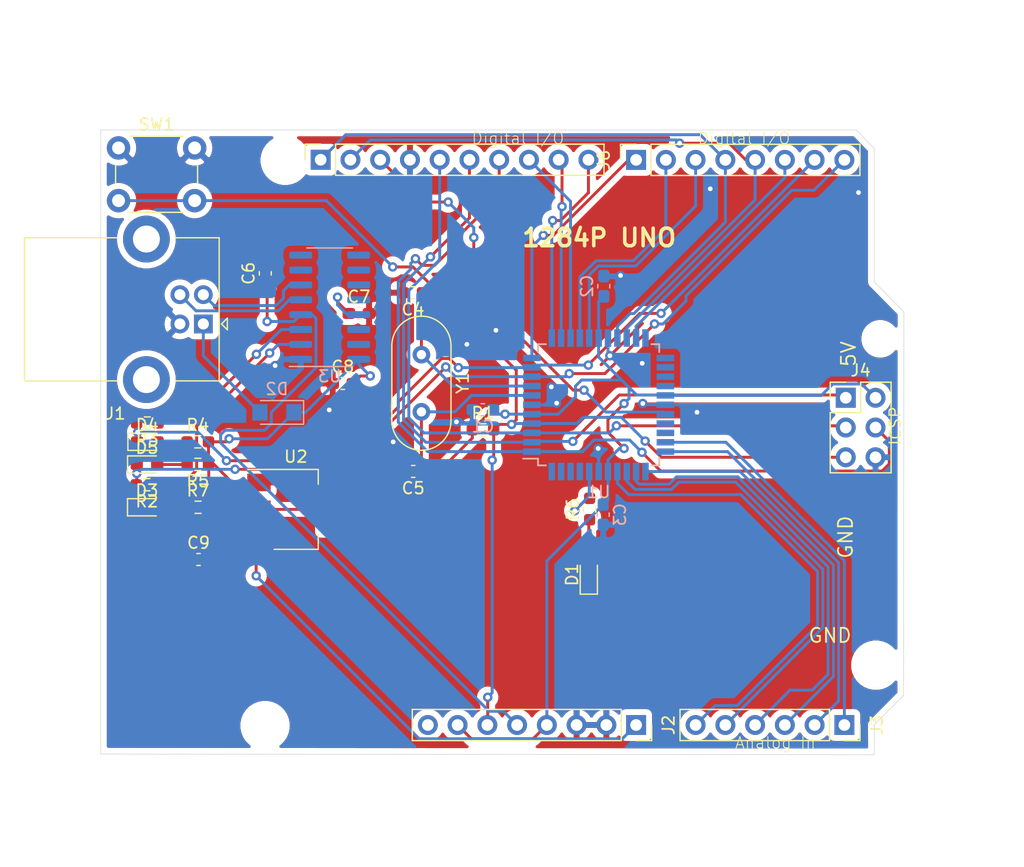
<source format=kicad_pcb>
(kicad_pcb (version 20171130) (host pcbnew "(5.1.9-0-10_14)")
  (layers (0 F.Cu signal) (31 B.Cu signal) (34 B.Paste user) (35 F.Paste user) (36 B.SilkS user) (37 F.SilkS user) (38 B.Mask user) (39 F.Mask user) (44 Edge.Cuts user))
  (net 0 "")
  (net 1 VCC)
  (net 2 GND)
  (net 3 "Net-(C4-Pad1)")
  (net 4 "Net-(C5-Pad1)")
  (net 5 +3V3)
  (net 6 "Net-(C7-Pad1)")
  (net 7 "Net-(D1-Pad2)")
  (net 8 "Net-(D2-Pad2)")
  (net 9 "Net-(D3-Pad2)")
  (net 10 "Net-(D4-Pad2)")
  (net 11 /SERIAL_TX)
  (net 12 "Net-(D5-Pad2)")
  (net 13 /SERIAL_RX)
  (net 14 "Net-(J1-Pad5)")
  (net 15 /D+)
  (net 16 /D-)
  (net 17 "Net-(J2-Pad8)")
  (net 18 /nRESET)
  (net 19 /VIN)
  (net 20 /A0)
  (net 21 /A1)
  (net 22 /A2)
  (net 23 /A3)
  (net 24 /A4)
  (net 25 /A5)
  (net 26 /5)
  (net 27 /7)
  (net 28 /6)
  (net 29 /11)
  (net 30 /12)
  (net 31 /13)
  (net 32 /AREF)
  (net 33 /17)
  (net 34 /16)
  (net 35 /18)
  (net 36 /15)
  (net 37 /14)
  (net 38 /10)
  (net 39 "Net-(R2-Pad1)")
  (net 40 "Net-(R3-Pad1)")
  (net 41 /0)
  (net 42 /4)
  (net 43 /3)
  (net 44 /2)
  (net 45 /1)
  (net 46 /A6)
  (net 47 /A7)
  (net 48 /23)
  (net 49 /22)
  (net 50 /21)
  (net 51 /20)
  (net 52 /19)
  (net 53 "Net-(U3-Pad15)")
  (net 54 "Net-(U3-Pad14)")
  (net 55 "Net-(U3-Pad12)")
  (net 56 "Net-(U3-Pad11)")
  (net 57 "Net-(U3-Pad10)")
  (net 58 "Net-(U3-Pad9)")
  (net 59 "Net-(U3-Pad8)")
  (net 60 "Net-(U3-Pad7)")
  (module "" (layer F.Cu) (at 222.0892 92.8593)
    (fp_text reference @HOLE0 hide)
    (fp_text value "" (at 0 0) (layer F.SilkS) (effects (font (size 1.27 1.27))))
    (pad "" np_thru_hole circle (at 0 0) (size 3.2 3.2) (drill 3.2) (layers *.Cu *.Mask))
  )
  (module "" (layer F.Cu) (at 222.4592 64.9993)
    (fp_text reference @HOLE1 hide)
    (fp_text value "" (at 0 0) (layer F.SilkS) (effects (font (size 1.27 1.27))))
    (pad "" np_thru_hole circle (at 0 0) (size 2.2 2.2) (drill 2.2) (layers *.Cu *.Mask))
  )
  (module "" (layer F.Cu) (at 171.6592 49.7593)
    (fp_text reference @HOLE0 hide)
    (fp_text value "" (at 0 0) (layer F.SilkS) (effects (font (size 1.27 1.27))))
    (pad "" np_thru_hole circle (at 0 0) (size 3.2 3.2) (drill 3.2) (layers *.Cu *.Mask))
  )
  (module "" (layer F.Cu) (at 169.9392 98.0193)
    (fp_text reference @HOLE0 hide)
    (fp_text value "" (at 0 0) (layer F.SilkS) (effects (font (size 1.27 1.27))))
    (pad "" np_thru_hole circle (at 0 0) (size 3.2 3.2) (drill 3.2) (layers *.Cu *.Mask))
  )
  (module Crystal:Crystal_HC49-4H_Vertical (layer F.Cu) (at 183.29 66.35 270)
    (fp_text reference Y1 (at 2.44 -3.525 90) (layer F.SilkS))
    (fp_text value 16MHz)
    (pad 2 thru_hole circle (at 4.88 0 270) (size 1.5 1.5) (drill 0.8) (layers *.Cu *.Mask) (net 4 "Net-(C5-Pad1)"))
    (pad 1 thru_hole circle (at 0 0 270) (size 1.5 1.5) (drill 0.8) (layers *.Cu *.Mask) (net 3 "Net-(C4-Pad1)"))
  )
  (module Package_SO:SOIC-16_3.9x9.9mm_P1.27mm (layer B.Cu) (at 175.46 62.3)
    (fp_text reference U3 (at 0 5.9) (layer B.SilkS) (effects (justify mirror)))
    (fp_text value CH340C)
    (pad 16 smd roundrect (at 2.475 4.445) (size 1.95 0.6) (layers B.Cu B.Paste B.Mask) (net 1 VCC))
    (pad 15 smd roundrect (at 2.475 3.175) (size 1.95 0.6) (layers B.Cu B.Paste B.Mask) (net 53 "Net-(U3-Pad15)"))
    (pad 14 smd roundrect (at 2.475 1.905) (size 1.95 0.6) (layers B.Cu B.Paste B.Mask) (net 54 "Net-(U3-Pad14)"))
    (pad 13 smd roundrect (at 2.475 0.635) (size 1.95 0.6) (layers B.Cu B.Paste B.Mask) (net 6 "Net-(C7-Pad1)"))
    (pad 12 smd roundrect (at 2.475 -0.635) (size 1.95 0.6) (layers B.Cu B.Paste B.Mask) (net 55 "Net-(U3-Pad12)"))
    (pad 11 smd roundrect (at 2.475 -1.905) (size 1.95 0.6) (layers B.Cu B.Paste B.Mask) (net 56 "Net-(U3-Pad11)"))
    (pad 10 smd roundrect (at 2.475 -3.175) (size 1.95 0.6) (layers B.Cu B.Paste B.Mask) (net 57 "Net-(U3-Pad10)"))
    (pad 9 smd roundrect (at 2.475 -4.445) (size 1.95 0.6) (layers B.Cu B.Paste B.Mask) (net 58 "Net-(U3-Pad9)"))
    (pad 8 smd roundrect (at -2.475 -4.445) (size 1.95 0.6) (layers B.Cu B.Paste B.Mask) (net 59 "Net-(U3-Pad8)"))
    (pad 7 smd roundrect (at -2.475 -3.175) (size 1.95 0.6) (layers B.Cu B.Paste B.Mask) (net 60 "Net-(U3-Pad7)"))
    (pad 6 smd roundrect (at -2.475 -1.905) (size 1.95 0.6) (layers B.Cu B.Paste B.Mask) (net 16 /D-))
    (pad 5 smd roundrect (at -2.475 -0.635) (size 1.95 0.6) (layers B.Cu B.Paste B.Mask) (net 15 /D+))
    (pad 4 smd roundrect (at -2.475 0.635) (size 1.95 0.6) (layers B.Cu B.Paste B.Mask) (net 5 +3V3))
    (pad 3 smd roundrect (at -2.475 1.905) (size 1.95 0.6) (layers B.Cu B.Paste B.Mask) (net 40 "Net-(R3-Pad1)"))
    (pad 2 smd roundrect (at -2.475 3.175) (size 1.95 0.6) (layers B.Cu B.Paste B.Mask) (net 39 "Net-(R2-Pad1)"))
    (pad 1 smd roundrect (at -2.475 4.445) (size 1.95 0.6) (layers B.Cu B.Paste B.Mask) (net 2 GND))
  )
  (module Package_TO_SOT_SMD:SOT-223-3_TabPin2 (layer F.Cu) (at 172.57 79.56)
    (fp_text reference U2 (at 0 -4.5) (layer F.SilkS))
    (fp_text value AMS1117)
    (pad 1 smd rect (at -3.15 -2.3) (size 2 1.5) (layers F.Cu F.Paste F.Mask) (net 2 GND))
    (pad 3 smd rect (at -3.15 2.3) (size 2 1.5) (layers F.Cu F.Paste F.Mask) (net 19 /VIN))
    (pad 2 smd rect (at -3.15 0) (size 2 1.5) (layers F.Cu F.Paste F.Mask) (net 1 VCC))
    (pad 2 smd rect (at 3.15 0) (size 2 3.8) (layers F.Cu F.Paste F.Mask) (net 1 VCC))
  )
  (module Package_QFP:TQFP-44_10x10mm_P0.8mm (layer B.Cu) (at 198.42 70.63)
    (fp_text reference U1 (at 0 7.45) (layer B.SilkS) (effects (justify mirror)))
    (fp_text value ATmega1284P-AU)
    (pad 44 smd rect (at -4 5.7 270) (size 1.5 0.55) (layers B.Cu B.Paste B.Mask) (net 42 /4))
    (pad 43 smd rect (at -3.2 5.7 270) (size 1.5 0.55) (layers B.Cu B.Paste B.Mask) (net 43 /3))
    (pad 42 smd rect (at -2.4 5.7 270) (size 1.5 0.55) (layers B.Cu B.Paste B.Mask) (net 44 /2))
    (pad 41 smd rect (at -1.6 5.7 270) (size 1.5 0.55) (layers B.Cu B.Paste B.Mask) (net 45 /1))
    (pad 40 smd rect (at -0.8 5.7 270) (size 1.5 0.55) (layers B.Cu B.Paste B.Mask) (net 41 /0))
    (pad 39 smd rect (at 0 5.7 270) (size 1.5 0.55) (layers B.Cu B.Paste B.Mask) (net 2 GND))
    (pad 38 smd rect (at 0.8 5.7 270) (size 1.5 0.55) (layers B.Cu B.Paste B.Mask) (net 1 VCC))
    (pad 37 smd rect (at 1.6 5.7 270) (size 1.5 0.55) (layers B.Cu B.Paste B.Mask) (net 20 /A0))
    (pad 36 smd rect (at 2.4 5.7 270) (size 1.5 0.55) (layers B.Cu B.Paste B.Mask) (net 21 /A1))
    (pad 35 smd rect (at 3.2 5.7 270) (size 1.5 0.55) (layers B.Cu B.Paste B.Mask) (net 22 /A2))
    (pad 34 smd rect (at 4 5.7 270) (size 1.5 0.55) (layers B.Cu B.Paste B.Mask) (net 23 /A3))
    (pad 33 smd rect (at 5.7 4) (size 1.5 0.55) (layers B.Cu B.Paste B.Mask) (net 24 /A4))
    (pad 32 smd rect (at 5.7 3.2) (size 1.5 0.55) (layers B.Cu B.Paste B.Mask) (net 25 /A5))
    (pad 31 smd rect (at 5.7 2.4) (size 1.5 0.55) (layers B.Cu B.Paste B.Mask) (net 46 /A6))
    (pad 30 smd rect (at 5.7 1.6) (size 1.5 0.55) (layers B.Cu B.Paste B.Mask) (net 47 /A7))
    (pad 29 smd rect (at 5.7 0.8) (size 1.5 0.55) (layers B.Cu B.Paste B.Mask) (net 32 /AREF))
    (pad 28 smd rect (at 5.7 0) (size 1.5 0.55) (layers B.Cu B.Paste B.Mask) (net 2 GND))
    (pad 27 smd rect (at 5.7 -0.8) (size 1.5 0.55) (layers B.Cu B.Paste B.Mask) (net 1 VCC))
    (pad 26 smd rect (at 5.7 -1.6) (size 1.5 0.55) (layers B.Cu B.Paste B.Mask) (net 48 /23))
    (pad 25 smd rect (at 5.7 -2.4) (size 1.5 0.55) (layers B.Cu B.Paste B.Mask) (net 49 /22))
    (pad 24 smd rect (at 5.7 -3.2) (size 1.5 0.55) (layers B.Cu B.Paste B.Mask) (net 50 /21))
    (pad 23 smd rect (at 5.7 -4) (size 1.5 0.55) (layers B.Cu B.Paste B.Mask) (net 51 /20))
    (pad 22 smd rect (at 4 -5.7 270) (size 1.5 0.55) (layers B.Cu B.Paste B.Mask) (net 52 /19))
    (pad 21 smd rect (at 3.2 -5.7 270) (size 1.5 0.55) (layers B.Cu B.Paste B.Mask) (net 35 /18))
    (pad 20 smd rect (at 2.4 -5.7 270) (size 1.5 0.55) (layers B.Cu B.Paste B.Mask) (net 33 /17))
    (pad 19 smd rect (at 1.6 -5.7 270) (size 1.5 0.55) (layers B.Cu B.Paste B.Mask) (net 34 /16))
    (pad 18 smd rect (at 0.8 -5.7 270) (size 1.5 0.55) (layers B.Cu B.Paste B.Mask) (net 2 GND))
    (pad 17 smd rect (at 0 -5.7 270) (size 1.5 0.55) (layers B.Cu B.Paste B.Mask) (net 1 VCC))
    (pad 16 smd rect (at -0.8 -5.7 270) (size 1.5 0.55) (layers B.Cu B.Paste B.Mask) (net 36 /15))
    (pad 15 smd rect (at -1.6 -5.7 270) (size 1.5 0.55) (layers B.Cu B.Paste B.Mask) (net 37 /14))
    (pad 14 smd rect (at -2.4 -5.7 270) (size 1.5 0.55) (layers B.Cu B.Paste B.Mask) (net 31 /13))
    (pad 13 smd rect (at -3.2 -5.7 270) (size 1.5 0.55) (layers B.Cu B.Paste B.Mask) (net 30 /12))
    (pad 12 smd rect (at -4 -5.7 270) (size 1.5 0.55) (layers B.Cu B.Paste B.Mask) (net 29 /11))
    (pad 11 smd rect (at -5.7 -4) (size 1.5 0.55) (layers B.Cu B.Paste B.Mask) (net 38 /10))
    (pad 10 smd rect (at -5.7 -3.2) (size 1.5 0.55) (layers B.Cu B.Paste B.Mask) (net 11 /SERIAL_TX))
    (pad 9 smd rect (at -5.7 -2.4) (size 1.5 0.55) (layers B.Cu B.Paste B.Mask) (net 13 /SERIAL_RX))
    (pad 8 smd rect (at -5.7 -1.6) (size 1.5 0.55) (layers B.Cu B.Paste B.Mask) (net 3 "Net-(C4-Pad1)"))
    (pad 7 smd rect (at -5.7 -0.8) (size 1.5 0.55) (layers B.Cu B.Paste B.Mask) (net 4 "Net-(C5-Pad1)"))
    (pad 6 smd rect (at -5.7 0) (size 1.5 0.55) (layers B.Cu B.Paste B.Mask) (net 2 GND))
    (pad 5 smd rect (at -5.7 0.8) (size 1.5 0.55) (layers B.Cu B.Paste B.Mask) (net 1 VCC))
    (pad 4 smd rect (at -5.7 1.6) (size 1.5 0.55) (layers B.Cu B.Paste B.Mask) (net 18 /nRESET))
    (pad 3 smd rect (at -5.7 2.4) (size 1.5 0.55) (layers B.Cu B.Paste B.Mask) (net 27 /7))
    (pad 2 smd rect (at -5.7 3.2) (size 1.5 0.55) (layers B.Cu B.Paste B.Mask) (net 28 /6))
    (pad 1 smd rect (at -5.7 4) (size 1.5 0.55) (layers B.Cu B.Paste B.Mask) (net 26 /5))
  )
  (module Button_Switch_THT:SW_PUSH_6mm (layer F.Cu) (at 157.43 48.7)
    (fp_text reference SW1 (at 3.25 -2) (layer F.SilkS))
    (fp_text value "SW_Push-6x6mm THT")
    (pad 1 thru_hole circle (at 6.5 0 90) (size 2 2) (drill 1.1) (layers *.Cu *.Mask) (net 2 GND))
    (pad 2 thru_hole circle (at 6.5 4.5 90) (size 2 2) (drill 1.1) (layers *.Cu *.Mask) (net 18 /nRESET))
    (pad 1 thru_hole circle (at 0 0 90) (size 2 2) (drill 1.1) (layers *.Cu *.Mask) (net 2 GND))
    (pad 2 thru_hole circle (at 0 4.5 90) (size 2 2) (drill 1.1) (layers *.Cu *.Mask) (net 18 /nRESET))
  )
  (module Resistor_SMD:R_0603_1608Metric_Pad0.98x0.95mm_HandSolder (layer F.Cu) (at 164.22 79.38)
    (fp_text reference R7 (at 0 -1.43) (layer F.SilkS))
    (fp_text value 1K)
    (pad 2 smd roundrect (at 0.9125 0) (size 0.975 0.95) (layers F.Cu F.Paste F.Mask) (net 1 VCC))
    (pad 1 smd roundrect (at -0.9125 0) (size 0.975 0.95) (layers F.Cu F.Paste F.Mask) (net 9 "Net-(D3-Pad2)"))
  )
  (module Resistor_SMD:R_0603_1608Metric_Pad0.98x0.95mm_HandSolder (layer F.Cu) (at 197.65 79.53 90)
    (fp_text reference R6 (at 0 -1.43 90) (layer F.SilkS))
    (fp_text value 1K)
    (pad 2 smd roundrect (at 0.9125 0 90) (size 0.975 0.95) (layers F.Cu F.Paste F.Mask) (net 41 /0))
    (pad 1 smd roundrect (at -0.9125 0 90) (size 0.975 0.95) (layers F.Cu F.Paste F.Mask) (net 7 "Net-(D1-Pad2)"))
  )
  (module Resistor_SMD:R_0603_1608Metric_Pad0.98x0.95mm_HandSolder (layer F.Cu) (at 164.2 75.72 180)
    (fp_text reference R5 (at 0 -1.43) (layer F.SilkS))
    (fp_text value 1K)
    (pad 2 smd roundrect (at 0.9125 0 180) (size 0.975 0.95) (layers F.Cu F.Paste F.Mask) (net 12 "Net-(D5-Pad2)"))
    (pad 1 smd roundrect (at -0.9125 0 180) (size 0.975 0.95) (layers F.Cu F.Paste F.Mask) (net 1 VCC))
  )
  (module Resistor_SMD:R_0603_1608Metric_Pad0.98x0.95mm_HandSolder (layer F.Cu) (at 164.1975 73.79)
    (fp_text reference R4 (at 0 -1.43) (layer F.SilkS))
    (fp_text value 1K)
    (pad 2 smd roundrect (at 0.9125 0) (size 0.975 0.95) (layers F.Cu F.Paste F.Mask) (net 1 VCC))
    (pad 1 smd roundrect (at -0.9125 0) (size 0.975 0.95) (layers F.Cu F.Paste F.Mask) (net 10 "Net-(D4-Pad2)"))
  )
  (module Resistor_SMD:R_0603_1608Metric_Pad0.98x0.95mm_HandSolder (layer F.Cu) (at 159.8875 72.19 180)
    (fp_text reference R3 (at 0 -1.43) (layer F.SilkS))
    (fp_text value 1K)
    (pad 2 smd roundrect (at 0.9125 0 180) (size 0.975 0.95) (layers F.Cu F.Paste F.Mask) (net 11 /SERIAL_TX))
    (pad 1 smd roundrect (at -0.9125 0 180) (size 0.975 0.95) (layers F.Cu F.Paste F.Mask) (net 40 "Net-(R3-Pad1)"))
  )
  (module Resistor_SMD:R_0603_1608Metric_Pad0.98x0.95mm_HandSolder (layer F.Cu) (at 159.8575 77.45 180)
    (fp_text reference R2 (at 0 -1.43) (layer F.SilkS))
    (fp_text value 1K)
    (pad 2 smd roundrect (at 0.9125 0 180) (size 0.975 0.95) (layers F.Cu F.Paste F.Mask) (net 13 /SERIAL_RX))
    (pad 1 smd roundrect (at -0.9125 0 180) (size 0.975 0.95) (layers F.Cu F.Paste F.Mask) (net 39 "Net-(R2-Pad1)"))
  )
  (module Resistor_SMD:R_0603_1608Metric_Pad0.98x0.95mm_HandSolder (layer F.Cu) (at 188.5475 72.77)
    (fp_text reference R1 (at 0 -1.43) (layer F.SilkS))
    (fp_text value 10K)
    (pad 2 smd roundrect (at 0.9125 0) (size 0.975 0.95) (layers F.Cu F.Paste F.Mask) (net 18 /nRESET))
    (pad 1 smd roundrect (at -0.9125 0) (size 0.975 0.95) (layers F.Cu F.Paste F.Mask) (net 1 VCC))
  )
  (module Connector_PinSocket_2.54mm:PinSocket_1x08_P2.54mm_Vertical (layer F.Cu) (at 201.62 49.72 90)
    (fp_text reference J6 (at 0 -2.77 90) (layer F.SilkS))
    (fp_text value Conn_01x08)
    (pad 8 thru_hole oval (at 0 17.78 90) (size 1.7 1.7) (drill 1) (layers *.Cu *.Mask) (net 13 /SERIAL_RX))
    (pad 7 thru_hole oval (at 0 15.24 90) (size 1.7 1.7) (drill 1) (layers *.Cu *.Mask) (net 11 /SERIAL_TX))
    (pad 6 thru_hole oval (at 0 12.7 90) (size 1.7 1.7) (drill 1) (layers *.Cu *.Mask) (net 35 /18))
    (pad 5 thru_hole oval (at 0 10.16 90) (size 1.7 1.7) (drill 1) (layers *.Cu *.Mask) (net 33 /17))
    (pad 4 thru_hole oval (at 0 7.62 90) (size 1.7 1.7) (drill 1) (layers *.Cu *.Mask) (net 34 /16))
    (pad 3 thru_hole oval (at 0 5.08 90) (size 1.7 1.7) (drill 1) (layers *.Cu *.Mask) (net 36 /15))
    (pad 2 thru_hole oval (at 0 2.54 90) (size 1.7 1.7) (drill 1) (layers *.Cu *.Mask) (net 37 /14))
    (pad 1 thru_hole rect (at 0 0 90) (size 1.7 1.7) (drill 1) (layers *.Cu *.Mask) (net 38 /10))
  )
  (module Connector_PinSocket_2.54mm:PinSocket_1x10_P2.54mm_Vertical (layer F.Cu) (at 174.69 49.71 90)
    (fp_text reference J5 (at 0 -2.77 90) (layer F.SilkS))
    (fp_text value Conn_01x10)
    (pad 10 thru_hole oval (at 0 22.86 90) (size 1.7 1.7) (drill 1) (layers *.Cu *.Mask) (net 29 /11))
    (pad 9 thru_hole oval (at 0 20.32 90) (size 1.7 1.7) (drill 1) (layers *.Cu *.Mask) (net 30 /12))
    (pad 8 thru_hole oval (at 0 17.78 90) (size 1.7 1.7) (drill 1) (layers *.Cu *.Mask) (net 31 /13))
    (pad 7 thru_hole oval (at 0 15.24 90) (size 1.7 1.7) (drill 1) (layers *.Cu *.Mask) (net 26 /5))
    (pad 6 thru_hole oval (at 0 12.7 90) (size 1.7 1.7) (drill 1) (layers *.Cu *.Mask) (net 28 /6))
    (pad 5 thru_hole oval (at 0 10.16 90) (size 1.7 1.7) (drill 1) (layers *.Cu *.Mask) (net 27 /7))
    (pad 4 thru_hole oval (at 0 7.62 90) (size 1.7 1.7) (drill 1) (layers *.Cu *.Mask) (net 2 GND))
    (pad 3 thru_hole oval (at 0 5.08 90) (size 1.7 1.7) (drill 1) (layers *.Cu *.Mask) (net 32 /AREF))
    (pad 2 thru_hole oval (at 0 2.54 90) (size 1.7 1.7) (drill 1) (layers *.Cu *.Mask) (net 33 /17))
    (pad 1 thru_hole rect (at 0 0 90) (size 1.7 1.7) (drill 1) (layers *.Cu *.Mask) (net 34 /16))
  )
  (module Connector_PinHeader_2.54mm:PinHeader_2x03_P2.54mm_Vertical (layer F.Cu) (at 219.52 70.03)
    (fp_text reference J4 (at 1.27 -2.33) (layer F.SilkS))
    (fp_text value Conn_02x03_Odd_Even)
    (pad 6 thru_hole oval (at 2.54 5.08) (size 1.7 1.7) (drill 1) (layers *.Cu *.Mask) (net 2 GND))
    (pad 5 thru_hole oval (at 0 5.08) (size 1.7 1.7) (drill 1) (layers *.Cu *.Mask) (net 18 /nRESET))
    (pad 4 thru_hole oval (at 2.54 2.54) (size 1.7 1.7) (drill 1) (layers *.Cu *.Mask) (net 26 /5))
    (pad 3 thru_hole oval (at 0 2.54) (size 1.7 1.7) (drill 1) (layers *.Cu *.Mask) (net 27 /7))
    (pad 2 thru_hole oval (at 2.54 0) (size 1.7 1.7) (drill 1) (layers *.Cu *.Mask) (net 1 VCC))
    (pad 1 thru_hole rect (at 0 0) (size 1.7 1.7) (drill 1) (layers *.Cu *.Mask) (net 28 /6))
  )
  (module Connector_PinSocket_2.54mm:PinSocket_1x06_P2.54mm_Vertical (layer F.Cu) (at 219.4 97.97 270)
    (fp_text reference J3 (at 0 -2.77 90) (layer F.SilkS))
    (fp_text value Conn_01x06)
    (pad 6 thru_hole oval (at 0 12.7 270) (size 1.7 1.7) (drill 1) (layers *.Cu *.Mask) (net 20 /A0))
    (pad 5 thru_hole oval (at 0 10.16 270) (size 1.7 1.7) (drill 1) (layers *.Cu *.Mask) (net 21 /A1))
    (pad 4 thru_hole oval (at 0 7.62 270) (size 1.7 1.7) (drill 1) (layers *.Cu *.Mask) (net 22 /A2))
    (pad 3 thru_hole oval (at 0 5.08 270) (size 1.7 1.7) (drill 1) (layers *.Cu *.Mask) (net 23 /A3))
    (pad 2 thru_hole oval (at 0 2.54 270) (size 1.7 1.7) (drill 1) (layers *.Cu *.Mask) (net 24 /A4))
    (pad 1 thru_hole rect (at 0 0 270) (size 1.7 1.7) (drill 1) (layers *.Cu *.Mask) (net 25 /A5))
  )
  (module Connector_PinSocket_2.54mm:PinSocket_1x08_P2.54mm_Vertical (layer F.Cu) (at 201.62 97.97 270)
    (fp_text reference J2 (at 0 -2.77 90) (layer F.SilkS))
    (fp_text value Conn_01x08)
    (pad 8 thru_hole oval (at 0 17.78 270) (size 1.7 1.7) (drill 1) (layers *.Cu *.Mask) (net 17 "Net-(J2-Pad8)"))
    (pad 7 thru_hole oval (at 0 15.24 270) (size 1.7 1.7) (drill 1) (layers *.Cu *.Mask) (net 1 VCC))
    (pad 6 thru_hole oval (at 0 12.7 270) (size 1.7 1.7) (drill 1) (layers *.Cu *.Mask) (net 18 /nRESET))
    (pad 5 thru_hole oval (at 0 10.16 270) (size 1.7 1.7) (drill 1) (layers *.Cu *.Mask) (net 5 +3V3))
    (pad 4 thru_hole oval (at 0 7.62 270) (size 1.7 1.7) (drill 1) (layers *.Cu *.Mask) (net 1 VCC))
    (pad 3 thru_hole oval (at 0 5.08 270) (size 1.7 1.7) (drill 1) (layers *.Cu *.Mask) (net 2 GND))
    (pad 2 thru_hole oval (at 0 2.54 270) (size 1.7 1.7) (drill 1) (layers *.Cu *.Mask) (net 2 GND))
    (pad 1 thru_hole rect (at 0 0 270) (size 1.7 1.7) (drill 1) (layers *.Cu *.Mask) (net 19 /VIN))
  )
  (module Connector_USB:USB_B_Lumberg_2411_02_Horizontal (layer F.Cu) (at 164.67 63.73 180)
    (fp_text reference J1 (at 7.5 -7.65) (layer F.SilkS))
    (fp_text value USB_B)
    (pad 5 thru_hole circle (at 4.86 -4.75 270) (size 4 4) (drill 2.3) (layers *.Cu *.Mask) (net 14 "Net-(J1-Pad5)"))
    (pad 5 thru_hole circle (at 4.86 7.25 270) (size 4 4) (drill 2.3) (layers *.Cu *.Mask) (net 14 "Net-(J1-Pad5)"))
    (pad 4 thru_hole circle (at 2 0 270) (size 1.6 1.6) (drill 0.95) (layers *.Cu *.Mask) (net 2 GND))
    (pad 3 thru_hole circle (at 2 2.5 270) (size 1.6 1.6) (drill 0.95) (layers *.Cu *.Mask) (net 15 /D+))
    (pad 2 thru_hole circle (at 0 2.5 270) (size 1.6 1.6) (drill 0.95) (layers *.Cu *.Mask) (net 16 /D-))
    (pad 1 thru_hole rect (at 0 0 270) (size 1.6 1.6) (drill 0.95) (layers *.Cu *.Mask) (net 8 "Net-(D2-Pad2)"))
  )
  (module LED_SMD:LED_0603_1608Metric_Pad1.05x0.95mm_HandSolder (layer F.Cu) (at 159.86 75.73)
    (fp_text reference D5 (at 0 -1.43) (layer F.SilkS))
    (fp_text value LED)
    (pad 2 smd roundrect (at 0.875 0) (size 1.05 0.95) (layers F.Cu F.Paste F.Mask) (net 12 "Net-(D5-Pad2)"))
    (pad 1 smd roundrect (at -0.875 0) (size 1.05 0.95) (layers F.Cu F.Paste F.Mask) (net 13 /SERIAL_RX))
  )
  (module LED_SMD:LED_0603_1608Metric_Pad1.05x0.95mm_HandSolder (layer F.Cu) (at 159.89 73.79)
    (fp_text reference D4 (at 0 -1.43) (layer F.SilkS))
    (fp_text value LED)
    (pad 2 smd roundrect (at 0.875 0) (size 1.05 0.95) (layers F.Cu F.Paste F.Mask) (net 10 "Net-(D4-Pad2)"))
    (pad 1 smd roundrect (at -0.875 0) (size 1.05 0.95) (layers F.Cu F.Paste F.Mask) (net 11 /SERIAL_TX))
  )
  (module LED_SMD:LED_0603_1608Metric_Pad1.05x0.95mm_HandSolder (layer F.Cu) (at 159.855 79.38)
    (fp_text reference D3 (at 0 -1.43) (layer F.SilkS))
    (fp_text value LED)
    (pad 2 smd roundrect (at 0.875 0) (size 1.05 0.95) (layers F.Cu F.Paste F.Mask) (net 9 "Net-(D3-Pad2)"))
    (pad 1 smd roundrect (at -0.875 0) (size 1.05 0.95) (layers F.Cu F.Paste F.Mask) (net 2 GND))
  )
  (module Diode_SMD:D_SMF (layer B.Cu) (at 170.95 71.28 180)
    (fp_text reference D2 (at 0 2) (layer B.SilkS) (effects (justify mirror)))
    (fp_text value D_Small)
    (pad 2 smd rect (at 1.45 0 180) (size 1.3 1.4) (layers B.Cu B.Paste B.Mask) (net 8 "Net-(D2-Pad2)"))
    (pad 1 smd rect (at -1.45 0 180) (size 1.3 1.4) (layers B.Cu B.Paste B.Mask) (net 1 VCC))
  )
  (module LED_SMD:LED_0603_1608Metric_Pad1.05x0.95mm_HandSolder (layer F.Cu) (at 197.58 85.135 90)
    (fp_text reference D1 (at 0 -1.43 90) (layer F.SilkS))
    (fp_text value LED)
    (pad 2 smd roundrect (at 0.875 0 90) (size 1.05 0.95) (layers F.Cu F.Paste F.Mask) (net 7 "Net-(D1-Pad2)"))
    (pad 1 smd roundrect (at -0.875 0 90) (size 1.05 0.95) (layers F.Cu F.Paste F.Mask) (net 2 GND))
  )
  (module Capacitor_SMD:C_0603_1608Metric_Pad1.08x0.95mm_HandSolder (layer F.Cu) (at 164.2575 83.84)
    (fp_text reference C9 (at 0 -1.43) (layer F.SilkS))
    (fp_text value 100nF)
    (pad 2 smd roundrect (at 0.8625 0) (size 1.075 0.95) (layers F.Cu F.Paste F.Mask) (net 1 VCC))
    (pad 1 smd roundrect (at -0.8625 0) (size 1.075 0.95) (layers F.Cu F.Paste F.Mask) (net 2 GND))
  )
  (module Capacitor_SMD:C_0603_1608Metric_Pad1.08x0.95mm_HandSolder (layer F.Cu) (at 176.58 68.81)
    (fp_text reference C8 (at 0 -1.43) (layer F.SilkS))
    (fp_text value 4.7uF)
    (pad 2 smd roundrect (at 0.8625 0) (size 1.075 0.95) (layers F.Cu F.Paste F.Mask) (net 1 VCC))
    (pad 1 smd roundrect (at -0.8625 0) (size 1.075 0.95) (layers F.Cu F.Paste F.Mask) (net 2 GND))
  )
  (module Capacitor_SMD:C_0603_1608Metric_Pad1.08x0.95mm_HandSolder (layer F.Cu) (at 177.9575 62.83)
    (fp_text reference C7 (at 0 -1.43) (layer F.SilkS))
    (fp_text value 100nF)
    (pad 2 smd roundrect (at 0.8625 0) (size 1.075 0.95) (layers F.Cu F.Paste F.Mask) (net 2 GND))
    (pad 1 smd roundrect (at -0.8625 0) (size 1.075 0.95) (layers F.Cu F.Paste F.Mask) (net 6 "Net-(C7-Pad1)"))
  )
  (module Capacitor_SMD:C_0603_1608Metric_Pad1.08x0.95mm_HandSolder (layer F.Cu) (at 169.96 59.4075 90)
    (fp_text reference C6 (at 0 -1.43 90) (layer F.SilkS))
    (fp_text value 100nF)
    (pad 2 smd roundrect (at 0.8625 0 90) (size 1.075 0.95) (layers F.Cu F.Paste F.Mask) (net 2 GND))
    (pad 1 smd roundrect (at -0.8625 0 90) (size 1.075 0.95) (layers F.Cu F.Paste F.Mask) (net 5 +3V3))
  )
  (module Capacitor_SMD:C_0603_1608Metric_Pad1.08x0.95mm_HandSolder (layer F.Cu) (at 182.59 76.32 180)
    (fp_text reference C5 (at 0 -1.43) (layer F.SilkS))
    (fp_text value 22pF)
    (pad 2 smd roundrect (at 0.8625 0 180) (size 1.075 0.95) (layers F.Cu F.Paste F.Mask) (net 2 GND))
    (pad 1 smd roundrect (at -0.8625 0 180) (size 1.075 0.95) (layers F.Cu F.Paste F.Mask) (net 4 "Net-(C5-Pad1)"))
  )
  (module Capacitor_SMD:C_0603_1608Metric_Pad1.08x0.95mm_HandSolder (layer F.Cu) (at 182.5725 61.06 180)
    (fp_text reference C4 (at 0 -1.43) (layer F.SilkS))
    (fp_text value 22pF)
    (pad 2 smd roundrect (at 0.8625 0 180) (size 1.075 0.95) (layers F.Cu F.Paste F.Mask) (net 2 GND))
    (pad 1 smd roundrect (at -0.8625 0 180) (size 1.075 0.95) (layers F.Cu F.Paste F.Mask) (net 3 "Net-(C4-Pad1)"))
  )
  (module Capacitor_SMD:C_0603_1608Metric_Pad1.08x0.95mm_HandSolder (layer B.Cu) (at 198.81 80.01 90)
    (fp_text reference C3 (at 0 1.43 270) (layer B.SilkS) (effects (justify mirror)))
    (fp_text value 100nF)
    (pad 2 smd roundrect (at 0.8625 0 90) (size 1.075 0.95) (layers B.Cu B.Paste B.Mask) (net 1 VCC))
    (pad 1 smd roundrect (at -0.8625 0 90) (size 1.075 0.95) (layers B.Cu B.Paste B.Mask) (net 2 GND))
  )
  (module Capacitor_SMD:C_0603_1608Metric_Pad1.08x0.95mm_HandSolder (layer B.Cu) (at 198.86 60.5075 270)
    (fp_text reference C2 (at 0 1.43 90) (layer B.SilkS) (effects (justify mirror)))
    (fp_text value 100nF)
    (pad 2 smd roundrect (at 0.8625 0 270) (size 1.075 0.95) (layers B.Cu B.Paste B.Mask) (net 1 VCC))
    (pad 1 smd roundrect (at -0.8625 0 270) (size 1.075 0.95) (layers B.Cu B.Paste B.Mask) (net 2 GND))
  )
  (module Capacitor_SMD:C_0603_1608Metric_Pad1.08x0.95mm_HandSolder (layer B.Cu) (at 188.5375 71.05)
    (fp_text reference C1 (at 0 1.43) (layer B.SilkS) (effects (justify mirror)))
    (fp_text value 100nF)
    (pad 2 smd roundrect (at 0.8625 0) (size 1.075 0.95) (layers B.Cu B.Paste B.Mask) (net 1 VCC))
    (pad 1 smd roundrect (at -0.8625 0) (size 1.075 0.95) (layers B.Cu B.Paste B.Mask) (net 2 GND))
  )
  (gr_text "1284P UNO" (at 198.47 56.37) (layer F.SilkS) (effects (font (size 1.5 1.5) (thickness 0.3))))
  (gr_line (start 155.9 100.45) (end 155.9 47.17) (layer Edge.Cuts) (width 0.05))
  (gr_line (start 221.96 100.51) (end 155.9 100.45) (layer Edge.Cuts) (width 0.05))
  (gr_line (start 221.95 97.96) (end 221.96 100.51) (layer Edge.Cuts) (width 0.05))
  (gr_line (start 224.46 95.43) (end 221.95 97.96) (layer Edge.Cuts) (width 0.05))
  (gr_line (start 224.48 62.69) (end 224.46 95.43) (layer Edge.Cuts) (width 0.05))
  (gr_line (start 221.95 60.13) (end 224.48 62.69) (layer Edge.Cuts) (width 0.05))
  (gr_line (start 221.95 48.75) (end 221.95 60.13) (layer Edge.Cuts) (width 0.05))
  (gr_line (start 220.42 47.17) (end 221.95 48.75) (layer Edge.Cuts) (width 0.05))
  (gr_line (start 155.9 47.17) (end 220.42 47.17) (layer Edge.Cuts) (width 0.05))
  (gr_text GND (at 216.2362 91.0343) (layer F.SilkS) (effects (font (size 1.2065 1.2065) (thickness 0.1524)) (justify left bottom)))
  (gr_text "Analog In" (at 210.0132 100.0513) (layer F.SilkS) (effects (font (size 0.9652 0.9652) (thickness 0.08128)) (justify left bottom)))
  (gr_text ICSP (at 224.307 74.1662 90) (layer F.SilkS) (effects (font (size 0.9652 0.9652) (thickness 0.12192)) (justify left bottom)))
  (gr_text "Digital I/O" (at 206.8281 48.4436) (layer F.SilkS) (effects (font (size 0.9652 0.9652) (thickness 0.08128)) (justify left bottom)))
  (gr_text GND (at 220.2088 83.8665 90) (layer F.SilkS) (effects (font (size 1.2065 1.2065) (thickness 0.1524)) (justify left bottom)))
  (gr_text "Digital I/O" (at 187.5241 48.4436) (layer F.SilkS) (effects (font (size 0.9652 0.9652) (thickness 0.08128)) (justify left bottom)))
  (gr_text 5V (at 220.4628 67.4835 90) (layer F.SilkS) (effects (font (size 1.2065 1.2065) (thickness 0.1524)) (justify left bottom)))
  (segment (start 189.4 71.05) (end 189.78 71.43) (width 0.25) (layer B.Cu) (net 1))
  (segment (start 198.42 61.81) (end 198.42 64.93) (width 0.25) (layer B.Cu) (net 1))
  (segment (start 198.86 61.37) (end 198.42 61.81) (width 0.25) (layer B.Cu) (net 1))
  (segment (start 199.22 78.7375) (end 199.22 76.33) (width 0.25) (layer B.Cu) (net 1))
  (segment (start 198.81 79.1475) (end 199.22 78.7375) (width 0.25) (layer B.Cu) (net 1))
  (segment (start 173.4 71.28) (end 177.935 66.745) (width 0.25) (layer B.Cu) (net 1))
  (segment (start 172.4 71.28) (end 173.4 71.28) (width 0.25) (layer B.Cu) (net 1))
  (segment (start 165.11 75.7175) (end 165.1125 75.72) (width 0.25) (layer F.Cu) (net 1))
  (segment (start 165.11 73.79) (end 165.11 75.7175) (width 0.25) (layer F.Cu) (net 1))
  (segment (start 165.58 75.72) (end 169.42 79.56) (width 0.25) (layer F.Cu) (net 1))
  (segment (start 165.1125 75.72) (end 165.58 75.72) (width 0.25) (layer F.Cu) (net 1))
  (via (at 166.87 73.53) (size 0.8) (drill 0.4) (layers F.Cu B.Cu) (net 1))
  (segment (start 166.61 73.79) (end 166.87 73.53) (width 0.25) (layer F.Cu) (net 1))
  (segment (start 165.11 73.79) (end 166.61 73.79) (width 0.25) (layer F.Cu) (net 1))
  (segment (start 170.15 73.53) (end 172.4 71.28) (width 0.25) (layer B.Cu) (net 1))
  (segment (start 166.87 73.53) (end 170.15 73.53) (width 0.25) (layer B.Cu) (net 1))
  (segment (start 169.42 79.56) (end 175.72 79.56) (width 0.25) (layer F.Cu) (net 1))
  (segment (start 187.555001 99.145001) (end 186.38 97.97) (width 0.25) (layer F.Cu) (net 1))
  (segment (start 192.824999 99.145001) (end 187.555001 99.145001) (width 0.25) (layer F.Cu) (net 1))
  (segment (start 194 97.97) (end 192.824999 99.145001) (width 0.25) (layer F.Cu) (net 1))
  (segment (start 194 83.9575) (end 194 97.97) (width 0.25) (layer B.Cu) (net 1))
  (segment (start 198.81 79.1475) (end 194 83.9575) (width 0.25) (layer B.Cu) (net 1))
  (via (at 190.43 71.43) (size 0.8) (drill 0.4) (layers F.Cu B.Cu) (net 1))
  (segment (start 187.635 72.77) (end 188.975 71.43) (width 0.25) (layer F.Cu) (net 1))
  (segment (start 188.975 71.43) (end 190.43 71.43) (width 0.25) (layer F.Cu) (net 1))
  (segment (start 190.43 71.43) (end 192.72 71.43) (width 0.25) (layer B.Cu) (net 1))
  (segment (start 189.78 71.43) (end 190.43 71.43) (width 0.25) (layer B.Cu) (net 1))
  (segment (start 183.9855 77.12001) (end 180.39001 77.12001) (width 0.25) (layer F.Cu) (net 1))
  (segment (start 187.635 73.47051) (end 183.9855 77.12001) (width 0.25) (layer F.Cu) (net 1))
  (segment (start 187.635 72.77) (end 187.635 73.47051) (width 0.25) (layer F.Cu) (net 1))
  (segment (start 177.95002 79.56) (end 175.72 79.56) (width 0.25) (layer F.Cu) (net 1))
  (segment (start 180.39001 77.12001) (end 177.95002 79.56) (width 0.25) (layer F.Cu) (net 1))
  (segment (start 165.1325 75.74) (end 165.1125 75.72) (width 0.25) (layer F.Cu) (net 1))
  (segment (start 165.1325 79.38) (end 165.1325 75.74) (width 0.25) (layer F.Cu) (net 1))
  (via (at 178.92 68.17) (size 0.8) (drill 0.4) (layers F.Cu B.Cu) (net 1))
  (segment (start 177.935 67.185) (end 178.92 68.17) (width 0.25) (layer B.Cu) (net 1))
  (segment (start 177.935 66.745) (end 177.935 67.185) (width 0.25) (layer B.Cu) (net 1))
  (segment (start 178.0825 68.17) (end 177.4425 68.81) (width 0.25) (layer F.Cu) (net 1))
  (segment (start 178.92 68.17) (end 178.0825 68.17) (width 0.25) (layer F.Cu) (net 1))
  (segment (start 220.884999 68.854999) (end 222.06 70.03) (width 0.25) (layer B.Cu) (net 1))
  (segment (start 218.409999 68.854999) (end 220.884999 68.854999) (width 0.25) (layer B.Cu) (net 1))
  (segment (start 217.434998 69.83) (end 218.409999 68.854999) (width 0.25) (layer B.Cu) (net 1))
  (segment (start 204.12 69.83) (end 217.434998 69.83) (width 0.25) (layer B.Cu) (net 1))
  (segment (start 201.661997 69.794999) (end 204.084999 69.794999) (width 0.25) (layer B.Cu) (net 1))
  (segment (start 204.084999 69.794999) (end 204.12 69.83) (width 0.25) (layer B.Cu) (net 1))
  (segment (start 198.42 64.93) (end 198.42 66.553002) (width 0.25) (layer B.Cu) (net 1))
  (via (at 200.59 74.36) (size 0.8) (drill 0.4) (layers F.Cu B.Cu) (net 1))
  (segment (start 200.19 74.36) (end 200.59 74.36) (width 0.25) (layer B.Cu) (net 1))
  (segment (start 199.22 75.33) (end 200.19 74.36) (width 0.25) (layer B.Cu) (net 1))
  (segment (start 199.22 76.33) (end 199.22 75.33) (width 0.25) (layer B.Cu) (net 1))
  (via (at 200.59 70.52499) (size 0.8) (drill 0.4) (layers F.Cu B.Cu) (net 1))
  (segment (start 199.214999 72.984999) (end 199.214999 71.899991) (width 0.25) (layer F.Cu) (net 1))
  (segment (start 199.214999 71.899991) (end 200.59 70.52499) (width 0.25) (layer F.Cu) (net 1))
  (segment (start 200.59 74.36) (end 199.214999 72.984999) (width 0.25) (layer F.Cu) (net 1))
  (segment (start 201.018499 70.096491) (end 201.018499 69.151501) (width 0.25) (layer B.Cu) (net 1))
  (segment (start 200.59 70.52499) (end 201.018499 70.096491) (width 0.25) (layer B.Cu) (net 1))
  (segment (start 201.018499 69.151501) (end 201.661997 69.794999) (width 0.25) (layer B.Cu) (net 1))
  (segment (start 196.960497 68.516501) (end 200.383499 68.516501) (width 0.25) (layer B.Cu) (net 1))
  (segment (start 196.444999 69.031999) (end 196.960497 68.516501) (width 0.25) (layer B.Cu) (net 1))
  (segment (start 196.444999 69.958003) (end 196.444999 69.031999) (width 0.25) (layer B.Cu) (net 1))
  (segment (start 194.973002 71.43) (end 196.444999 69.958003) (width 0.25) (layer B.Cu) (net 1))
  (segment (start 192.72 71.43) (end 194.973002 71.43) (width 0.25) (layer B.Cu) (net 1))
  (segment (start 200.383499 68.516501) (end 201.018499 69.151501) (width 0.25) (layer B.Cu) (net 1))
  (segment (start 198.42 66.553002) (end 200.383499 68.516501) (width 0.25) (layer B.Cu) (net 1))
  (segment (start 196.5411 98.4816) (end 196.5411 97.9736) (width 0.254) (layer B.Cu) (net 2))
  (segment (start 222.1951 75.1136) (end 222.0681 75.1136) (width 0.4064) (layer B.Cu) (net 2))
  (via (at 200.29 59.59) (size 0.8) (drill 0.4) (layers F.Cu B.Cu) (net 2))
  (segment (start 200.235 59.645) (end 200.29 59.59) (width 0.25) (layer B.Cu) (net 2))
  (segment (start 198.86 59.645) (end 200.235 59.645) (width 0.25) (layer B.Cu) (net 2))
  (via (at 199.38 66.44) (size 0.8) (drill 0.4) (layers F.Cu B.Cu) (net 2))
  (via (at 194.84 70.49) (size 0.8) (drill 0.4) (layers F.Cu B.Cu) (net 2))
  (via (at 186.28 72.09) (size 0.8) (drill 0.4) (layers F.Cu B.Cu) (net 2))
  (segment (start 194.7 70.63) (end 194.84 70.49) (width 0.25) (layer B.Cu) (net 2))
  (segment (start 192.72 70.63) (end 194.7 70.63) (width 0.25) (layer B.Cu) (net 2))
  (segment (start 199.22 66.28) (end 199.38 66.44) (width 0.25) (layer B.Cu) (net 2))
  (segment (start 199.22 64.93) (end 199.22 66.28) (width 0.25) (layer B.Cu) (net 2))
  (via (at 202.19 70.52) (size 0.8) (drill 0.4) (layers F.Cu B.Cu) (net 2))
  (segment (start 202.3 70.63) (end 202.19 70.52) (width 0.25) (layer B.Cu) (net 2))
  (segment (start 204.12 70.63) (end 202.3 70.63) (width 0.25) (layer B.Cu) (net 2))
  (via (at 198.38 74.36) (size 0.8) (drill 0.4) (layers F.Cu B.Cu) (net 2))
  (segment (start 198.42 74.4) (end 198.38 74.36) (width 0.25) (layer B.Cu) (net 2))
  (segment (start 198.42 76.33) (end 198.42 74.4) (width 0.25) (layer B.Cu) (net 2))
  (via (at 175.42 71.07) (size 0.8) (drill 0.4) (layers F.Cu B.Cu) (net 2))
  (via (at 170.8 67.28) (size 0.8) (drill 0.4) (layers F.Cu B.Cu) (net 2))
  (via (at 180.88 73.8) (size 0.8) (drill 0.4) (layers F.Cu B.Cu) (net 2))
  (via (at 207.95 52.19) (size 0.8) (drill 0.4) (layers F.Cu B.Cu) (net 2))
  (via (at 220.61 52.51) (size 0.8) (drill 0.4) (layers F.Cu B.Cu) (net 2))
  (via (at 206.82 71.27) (size 0.8) (drill 0.4) (layers F.Cu B.Cu) (net 2))
  (segment (start 206.18 70.63) (end 206.82 71.27) (width 0.25) (layer B.Cu) (net 2))
  (segment (start 204.12 70.63) (end 206.18 70.63) (width 0.25) (layer B.Cu) (net 2))
  (via (at 202.14 67.09) (size 0.8) (drill 0.4) (layers F.Cu B.Cu) (net 2))
  (via (at 194.38 69.1) (size 0.8) (drill 0.4) (layers F.Cu B.Cu) (net 2))
  (via (at 189.65 64.27) (size 0.8) (drill 0.4) (layers F.Cu B.Cu) (net 2))
  (via (at 187.17 65.47) (size 0.8) (drill 0.4) (layers F.Cu B.Cu) (net 2))
  (segment (start 188.45 65.47) (end 189.65 64.27) (width 0.25) (layer B.Cu) (net 2))
  (segment (start 187.17 65.47) (end 188.45 65.47) (width 0.25) (layer B.Cu) (net 2))
  (segment (start 183.29 61.205) (end 183.435 61.06) (width 0.25) (layer F.Cu) (net 3))
  (segment (start 183.29 66.35) (end 183.29 61.205) (width 0.25) (layer F.Cu) (net 3))
  (segment (start 185.97 69.03) (end 192.72 69.03) (width 0.25) (layer B.Cu) (net 3))
  (segment (start 183.29 66.35) (end 185.97 69.03) (width 0.25) (layer B.Cu) (net 3))
  (segment (start 183.29 76.1575) (end 183.4525 76.32) (width 0.25) (layer F.Cu) (net 4))
  (segment (start 183.29 71.23) (end 183.29 76.1575) (width 0.25) (layer F.Cu) (net 4))
  (segment (start 186.16199 71.23) (end 183.29 71.23) (width 0.25) (layer B.Cu) (net 4))
  (segment (start 187.56199 69.83) (end 186.16199 71.23) (width 0.25) (layer B.Cu) (net 4))
  (segment (start 192.72 69.83) (end 187.56199 69.83) (width 0.25) (layer B.Cu) (net 4))
  (segment (start 190.284999 96.794999) (end 191.46 97.97) (width 0.25) (layer B.Cu) (net 5))
  (segment (start 189.061997 96.794999) (end 190.284999 96.794999) (width 0.25) (layer B.Cu) (net 5))
  (segment (start 166.144999 73.878001) (end 189.061997 96.794999) (width 0.25) (layer B.Cu) (net 5))
  (segment (start 166.144999 73.181999) (end 166.144999 73.878001) (width 0.25) (layer B.Cu) (net 5))
  (segment (start 166.521999 72.804999) (end 166.144999 73.181999) (width 0.25) (layer B.Cu) (net 5))
  (segment (start 169.910003 72.804999) (end 166.521999 72.804999) (width 0.25) (layer B.Cu) (net 5))
  (segment (start 170.475001 72.240001) (end 169.910003 72.804999) (width 0.25) (layer B.Cu) (net 5))
  (segment (start 170.475001 71.269997) (end 170.475001 72.240001) (width 0.25) (layer B.Cu) (net 5))
  (segment (start 174.28501 67.459988) (end 170.475001 71.269997) (width 0.25) (layer B.Cu) (net 5))
  (segment (start 174.28501 63.26001) (end 174.28501 67.459988) (width 0.25) (layer B.Cu) (net 5))
  (segment (start 173.96 62.935) (end 174.28501 63.26001) (width 0.25) (layer B.Cu) (net 5))
  (segment (start 172.985 62.935) (end 173.96 62.935) (width 0.25) (layer B.Cu) (net 5))
  (segment (start 172.4 63.52) (end 170.12 63.52) (width 0.25) (layer B.Cu) (net 5))
  (via (at 170.12 63.52) (size 0.8) (drill 0.4) (layers F.Cu B.Cu) (net 5))
  (segment (start 172.985 62.935) (end 172.4 63.52) (width 0.25) (layer B.Cu) (net 5))
  (segment (start 170.12 60.43) (end 169.96 60.27) (width 0.25) (layer F.Cu) (net 5))
  (segment (start 170.12 63.52) (end 170.12 60.43) (width 0.25) (layer F.Cu) (net 5))
  (segment (start 176.13 62.105) (end 176.13 61.44) (width 0.25) (layer B.Cu) (net 6))
  (via (at 176.13 61.44) (size 0.8) (drill 0.4) (layers F.Cu B.Cu) (net 6))
  (segment (start 176.96 62.935) (end 176.13 62.105) (width 0.25) (layer B.Cu) (net 6))
  (segment (start 177.935 62.935) (end 176.96 62.935) (width 0.25) (layer B.Cu) (net 6))
  (segment (start 176.13 61.865) (end 177.095 62.83) (width 0.25) (layer F.Cu) (net 6))
  (segment (start 176.13 61.44) (end 176.13 61.865) (width 0.25) (layer F.Cu) (net 6))
  (segment (start 197.58 80.5125) (end 197.65 80.4425) (width 0.25) (layer F.Cu) (net 7))
  (segment (start 197.58 84.26) (end 197.58 80.5125) (width 0.25) (layer F.Cu) (net 7))
  (segment (start 164.67 66.45) (end 169.5 71.28) (width 0.25) (layer B.Cu) (net 8))
  (segment (start 164.67 63.73) (end 164.67 66.45) (width 0.25) (layer B.Cu) (net 8))
  (segment (start 163.3075 79.38) (end 160.73 79.38) (width 0.25) (layer F.Cu) (net 9))
  (segment (start 163.285 73.79) (end 160.765 73.79) (width 0.25) (layer F.Cu) (net 10))
  (segment (start 159.015 72.23) (end 158.975 72.19) (width 0.25) (layer F.Cu) (net 11))
  (segment (start 159.015 72.925) (end 159.06 72.97) (width 0.25) (layer F.Cu) (net 11))
  (segment (start 159.015 72.855) (end 159.015 72.925) (width 0.25) (layer F.Cu) (net 11))
  (segment (start 159.015 73.79) (end 159.015 72.855) (width 0.25) (layer F.Cu) (net 11))
  (via (at 159.06 72.97) (size 0.8) (drill 0.4) (layers F.Cu B.Cu) (net 11))
  (segment (start 159.015 72.855) (end 159.015 72.23) (width 0.25) (layer F.Cu) (net 11))
  (via (at 166.645846 75.404154) (size 0.8) (drill 0.4) (layers F.Cu B.Cu) (net 11))
  (segment (start 164.211692 72.97) (end 166.645846 75.404154) (width 0.25) (layer B.Cu) (net 11))
  (segment (start 159.06 72.97) (end 164.211692 72.97) (width 0.25) (layer B.Cu) (net 11))
  (segment (start 166.645846 75.404154) (end 176.729436 75.404154) (width 0.25) (layer F.Cu) (net 11))
  (segment (start 176.729436 75.404154) (end 181.321795 70.811795) (width 0.25) (layer F.Cu) (net 11))
  (segment (start 185.667957 66.677346) (end 186.449071 67.45846) (width 0.25) (layer F.Cu) (net 11))
  (via (at 186.449071 67.45846) (size 0.8) (drill 0.4) (layers F.Cu B.Cu) (net 11))
  (segment (start 185.019652 66.677346) (end 185.667957 66.677346) (width 0.25) (layer F.Cu) (net 11))
  (segment (start 181.321795 70.375203) (end 185.019652 66.677346) (width 0.25) (layer F.Cu) (net 11))
  (segment (start 181.321795 70.811795) (end 181.321795 70.375203) (width 0.25) (layer F.Cu) (net 11))
  (segment (start 192.69154 67.45846) (end 192.72 67.43) (width 0.25) (layer B.Cu) (net 11))
  (segment (start 186.449071 67.45846) (end 192.69154 67.45846) (width 0.25) (layer B.Cu) (net 11))
  (via (at 203.747653 62.827653) (size 0.8) (drill 0.4) (layers F.Cu B.Cu) (net 11))
  (segment (start 203.752347 62.827653) (end 203.747653 62.827653) (width 0.25) (layer B.Cu) (net 11))
  (segment (start 216.86 49.72) (end 203.752347 62.827653) (width 0.25) (layer B.Cu) (net 11))
  (segment (start 203.747653 62.827653) (end 201.932347 62.827653) (width 0.25) (layer F.Cu) (net 11))
  (segment (start 197.54 67.22) (end 197.54 67.24) (width 0.25) (layer F.Cu) (net 11))
  (via (at 197.54 67.24) (size 0.8) (drill 0.4) (layers F.Cu B.Cu) (net 11))
  (segment (start 201.932347 62.827653) (end 197.54 67.22) (width 0.25) (layer F.Cu) (net 11))
  (segment (start 192.91 67.24) (end 192.72 67.43) (width 0.25) (layer B.Cu) (net 11))
  (segment (start 197.54 67.24) (end 192.91 67.24) (width 0.25) (layer B.Cu) (net 11))
  (segment (start 163.2775 75.73) (end 163.2875 75.72) (width 0.25) (layer F.Cu) (net 12))
  (segment (start 160.735 75.73) (end 163.2775 75.73) (width 0.25) (layer F.Cu) (net 12))
  (segment (start 158.985 77.41) (end 158.945 77.45) (width 0.25) (layer F.Cu) (net 13))
  (via (at 185.367653 67.402347) (size 0.8) (drill 0.4) (layers F.Cu B.Cu) (net 13))
  (segment (start 186.195306 68.23) (end 185.367653 67.402347) (width 0.25) (layer B.Cu) (net 13))
  (segment (start 192.72 68.23) (end 186.195306 68.23) (width 0.25) (layer B.Cu) (net 13))
  (via (at 167.380846 76.139154) (size 0.8) (drill 0.4) (layers F.Cu B.Cu) (net 13))
  (segment (start 176.630846 76.139154) (end 167.380846 76.139154) (width 0.25) (layer F.Cu) (net 13))
  (segment (start 185.367653 67.402347) (end 176.630846 76.139154) (width 0.25) (layer F.Cu) (net 13))
  (via (at 158.985 76.495) (size 0.8) (drill 0.4) (layers F.Cu B.Cu) (net 13))
  (segment (start 159.340846 76.139154) (end 158.985 76.495) (width 0.25) (layer B.Cu) (net 13))
  (segment (start 167.380846 76.139154) (end 159.340846 76.139154) (width 0.25) (layer B.Cu) (net 13))
  (segment (start 158.985 76.495) (end 158.985 77.41) (width 0.25) (layer F.Cu) (net 13))
  (segment (start 158.985 75.73) (end 158.985 76.495) (width 0.25) (layer F.Cu) (net 13))
  (via (at 195.91 67.965) (size 0.8) (drill 0.4) (layers F.Cu B.Cu) (net 13))
  (segment (start 195.645 68.23) (end 195.91 67.965) (width 0.25) (layer B.Cu) (net 13))
  (segment (start 192.72 68.23) (end 195.645 68.23) (width 0.25) (layer B.Cu) (net 13))
  (via (at 203.19 63.73) (size 0.8) (drill 0.4) (layers F.Cu B.Cu) (net 13))
  (segment (start 198.954999 67.965001) (end 203.19 63.73) (width 0.25) (layer F.Cu) (net 13))
  (segment (start 195.91 67.965) (end 198.954999 67.965001) (width 0.25) (layer F.Cu) (net 13))
  (segment (start 205.88 61.33641) (end 214.90641 52.31) (width 0.25) (layer B.Cu) (net 13))
  (segment (start 214.90641 52.31) (end 216.81 52.31) (width 0.25) (layer B.Cu) (net 13))
  (segment (start 216.81 52.31) (end 219.4 49.72) (width 0.25) (layer B.Cu) (net 13))
  (segment (start 203.918308 63.73) (end 205.88 61.768308) (width 0.25) (layer B.Cu) (net 13))
  (segment (start 205.88 61.768308) (end 205.88 61.33641) (width 0.25) (layer B.Cu) (net 13))
  (segment (start 203.19 63.73) (end 203.918308 63.73) (width 0.25) (layer B.Cu) (net 13))
  (segment (start 172.01 61.665) (end 172.985 61.665) (width 0.25) (layer B.Cu) (net 15))
  (segment (start 164.044999 62.604999) (end 171.070001 62.604999) (width 0.25) (layer B.Cu) (net 15))
  (segment (start 171.070001 62.604999) (end 172.01 61.665) (width 0.25) (layer B.Cu) (net 15))
  (segment (start 162.67 61.23) (end 164.044999 62.604999) (width 0.25) (layer B.Cu) (net 15))
  (segment (start 164.67 61.23) (end 165.594989 62.154989) (width 0.25) (layer B.Cu) (net 16))
  (segment (start 165.594989 62.154989) (end 170.883601 62.154989) (width 0.25) (layer B.Cu) (net 16))
  (segment (start 170.883601 62.154989) (end 171.509295 61.529295) (width 0.25) (layer B.Cu) (net 16))
  (segment (start 172.01 60.395) (end 172.985 60.395) (width 0.25) (layer B.Cu) (net 16))
  (segment (start 171.509295 60.895705) (end 172.01 60.395) (width 0.25) (layer B.Cu) (net 16))
  (segment (start 171.509295 61.529295) (end 171.509295 60.895705) (width 0.25) (layer B.Cu) (net 16))
  (segment (start 163.93 53.2) (end 157.43 53.2) (width 0.25) (layer B.Cu) (net 18))
  (via (at 190.99 72.305) (size 0.8) (drill 0.4) (layers F.Cu B.Cu) (net 18))
  (segment (start 191.065 72.23) (end 190.99 72.305) (width 0.25) (layer B.Cu) (net 18))
  (segment (start 192.72 72.23) (end 191.065 72.23) (width 0.25) (layer B.Cu) (net 18))
  (segment (start 189.925 72.305) (end 189.46 72.77) (width 0.25) (layer F.Cu) (net 18))
  (segment (start 190.99 72.305) (end 189.925 72.305) (width 0.25) (layer F.Cu) (net 18))
  (segment (start 182.56801 58.86) (end 180.84 58.86) (width 0.25) (layer F.Cu) (net 18))
  (via (at 180.84 58.86) (size 0.8) (drill 0.4) (layers F.Cu B.Cu) (net 18))
  (segment (start 191.389999 71.905001) (end 191.389999 67.681989) (width 0.25) (layer F.Cu) (net 18))
  (segment (start 191.389999 67.681989) (end 182.56801 58.86) (width 0.25) (layer F.Cu) (net 18))
  (segment (start 190.99 72.305) (end 191.389999 71.905001) (width 0.25) (layer F.Cu) (net 18))
  (segment (start 175.18 53.2) (end 163.93 53.2) (width 0.25) (layer B.Cu) (net 18))
  (segment (start 180.84 58.86) (end 175.18 53.2) (width 0.25) (layer B.Cu) (net 18))
  (segment (start 189.46 75.225) (end 189.33 75.355) (width 0.25) (layer F.Cu) (net 18))
  (via (at 189.33 75.355) (size 0.8) (drill 0.4) (layers F.Cu B.Cu) (net 18))
  (segment (start 189.46 72.77) (end 189.46 75.225) (width 0.25) (layer F.Cu) (net 18))
  (via (at 188.95 95.6) (size 0.8) (drill 0.4) (layers F.Cu B.Cu) (net 18))
  (segment (start 189.33 95.22) (end 188.95 95.6) (width 0.25) (layer B.Cu) (net 18))
  (segment (start 189.33 75.355) (end 189.33 95.22) (width 0.25) (layer B.Cu) (net 18))
  (segment (start 188.95 97.94) (end 188.92 97.97) (width 0.25) (layer F.Cu) (net 18))
  (segment (start 188.95 95.6) (end 188.95 97.94) (width 0.25) (layer F.Cu) (net 18))
  (segment (start 203.774268 75.11) (end 202.391957 73.727689) (width 0.25) (layer F.Cu) (net 18))
  (via (at 202.391957 73.727689) (size 0.8) (drill 0.4) (layers F.Cu B.Cu) (net 18))
  (segment (start 219.52 75.11) (end 203.774268 75.11) (width 0.25) (layer F.Cu) (net 18))
  (segment (start 202.391957 73.727689) (end 200.364268 71.7) (width 0.25) (layer B.Cu) (net 18))
  (segment (start 200.364268 71.7) (end 197.09 71.7) (width 0.25) (layer B.Cu) (net 18))
  (segment (start 196.56 72.23) (end 192.72 72.23) (width 0.25) (layer B.Cu) (net 18))
  (segment (start 197.09 71.7) (end 196.56 72.23) (width 0.25) (layer B.Cu) (net 18))
  (via (at 169.18 85.23) (size 0.8) (drill 0.4) (layers F.Cu B.Cu) (net 19))
  (segment (start 183.095001 99.145001) (end 169.18 85.23) (width 0.25) (layer B.Cu) (net 19))
  (segment (start 200.444999 99.145001) (end 183.095001 99.145001) (width 0.25) (layer B.Cu) (net 19))
  (segment (start 201.62 97.97) (end 200.444999 99.145001) (width 0.25) (layer B.Cu) (net 19))
  (segment (start 169.18 82.1) (end 169.42 81.86) (width 0.25) (layer F.Cu) (net 19))
  (segment (start 169.18 85.23) (end 169.18 82.1) (width 0.25) (layer F.Cu) (net 19))
  (segment (start 206.7 97.97) (end 208.36 96.31) (width 0.25) (layer B.Cu) (net 20))
  (segment (start 208.36 96.31) (end 210.26359 96.31) (width 0.25) (layer B.Cu) (net 20))
  (segment (start 210.26359 96.31) (end 217.10996 89.46363) (width 0.25) (layer B.Cu) (net 20))
  (segment (start 217.10996 89.46363) (end 217.10996 84.8556) (width 0.25) (layer B.Cu) (net 20))
  (segment (start 200.02 77.33) (end 200.02 76.33) (width 0.25) (layer B.Cu) (net 20))
  (segment (start 200.99502 78.30502) (end 200.02 77.33) (width 0.25) (layer B.Cu) (net 20))
  (segment (start 210.55938 78.30502) (end 200.99502 78.30502) (width 0.25) (layer B.Cu) (net 20))
  (segment (start 217.10996 84.8556) (end 210.55938 78.30502) (width 0.25) (layer B.Cu) (net 20))
  (segment (start 204.641399 77.855011) (end 205.26639 77.23002) (width 0.25) (layer B.Cu) (net 21))
  (segment (start 200.82 77.140002) (end 201.535009 77.855011) (width 0.25) (layer B.Cu) (net 21))
  (segment (start 201.535009 77.855011) (end 204.641399 77.855011) (width 0.25) (layer B.Cu) (net 21))
  (segment (start 200.82 76.33) (end 200.82 77.140002) (width 0.25) (layer B.Cu) (net 21))
  (segment (start 205.26639 77.23002) (end 210.12079 77.23002) (width 0.25) (layer B.Cu) (net 21))
  (segment (start 210.12079 77.23002) (end 217.55997 84.6692) (width 0.25) (layer B.Cu) (net 21))
  (segment (start 217.55997 89.65003) (end 209.24 97.97) (width 0.25) (layer B.Cu) (net 21))
  (segment (start 217.55997 84.6692) (end 217.55997 89.65003) (width 0.25) (layer B.Cu) (net 21))
  (segment (start 204.454999 77.405001) (end 205.07999 76.78001) (width 0.25) (layer B.Cu) (net 22))
  (segment (start 201.884999 77.405001) (end 204.454999 77.405001) (width 0.25) (layer B.Cu) (net 22))
  (segment (start 201.62 77.140002) (end 201.884999 77.405001) (width 0.25) (layer B.Cu) (net 22))
  (segment (start 201.62 76.33) (end 201.62 77.140002) (width 0.25) (layer B.Cu) (net 22))
  (segment (start 205.07999 76.78001) (end 210.30719 76.78001) (width 0.25) (layer B.Cu) (net 22))
  (segment (start 210.30719 76.78001) (end 218.00998 84.4828) (width 0.25) (layer B.Cu) (net 22))
  (segment (start 218.00998 84.4828) (end 218.00998 93.64361) (width 0.25) (layer B.Cu) (net 22))
  (segment (start 218.00998 93.64361) (end 216.661795 94.991795) (width 0.25) (layer B.Cu) (net 22))
  (segment (start 214.758205 94.991795) (end 211.78 97.97) (width 0.25) (layer B.Cu) (net 22))
  (segment (start 216.661795 94.991795) (end 214.758205 94.991795) (width 0.25) (layer B.Cu) (net 22))
  (segment (start 214.32 97.97) (end 218.45999 93.83001) (width 0.25) (layer B.Cu) (net 23))
  (segment (start 218.45999 93.83001) (end 218.45999 84.2964) (width 0.25) (layer B.Cu) (net 23))
  (segment (start 210.49359 76.33) (end 202.42 76.33) (width 0.25) (layer B.Cu) (net 23))
  (segment (start 218.45999 84.2964) (end 210.49359 76.33) (width 0.25) (layer B.Cu) (net 23))
  (segment (start 204.12 74.63) (end 209.43 74.63) (width 0.25) (layer B.Cu) (net 24))
  (segment (start 209.43 74.63) (end 218.91 84.11) (width 0.25) (layer B.Cu) (net 24))
  (segment (start 218.91 95.92) (end 216.86 97.97) (width 0.25) (layer B.Cu) (net 24))
  (segment (start 218.91 84.11) (end 218.91 95.92) (width 0.25) (layer B.Cu) (net 24))
  (segment (start 219.4 97.97) (end 219.4 83.94) (width 0.25) (layer B.Cu) (net 25))
  (segment (start 209.29 73.83) (end 204.12 73.83) (width 0.25) (layer B.Cu) (net 25))
  (segment (start 219.4 83.94) (end 209.29 73.83) (width 0.25) (layer B.Cu) (net 25))
  (segment (start 189.93 49.71) (end 189.93 52.771104) (width 0.25) (layer F.Cu) (net 26))
  (segment (start 189.93 52.771104) (end 187.840009 54.861095) (width 0.25) (layer F.Cu) (net 26))
  (segment (start 187.840009 54.861095) (end 185.625552 57.075552) (width 0.25) (layer F.Cu) (net 26))
  (segment (start 183.344848 58.724848) (end 182.78 58.16) (width 0.25) (layer F.Cu) (net 26))
  (segment (start 184.412848 58.724848) (end 183.344848 58.724848) (width 0.25) (layer F.Cu) (net 26))
  (via (at 182.78 58.16) (size 0.8) (drill 0.4) (layers F.Cu B.Cu) (net 26))
  (segment (start 185.625552 57.512144) (end 184.412848 58.724848) (width 0.25) (layer F.Cu) (net 26))
  (segment (start 185.625552 57.075552) (end 185.625552 57.512144) (width 0.25) (layer F.Cu) (net 26))
  (segment (start 181.31498 72.118802) (end 183.826178 74.63) (width 0.25) (layer B.Cu) (net 26))
  (segment (start 183.826178 74.63) (end 192.72 74.63) (width 0.25) (layer B.Cu) (net 26))
  (segment (start 182.380001 59.048283) (end 181.314979 60.113305) (width 0.25) (layer B.Cu) (net 26))
  (segment (start 181.314979 60.113305) (end 181.31498 72.118802) (width 0.25) (layer B.Cu) (net 26))
  (segment (start 182.380001 58.559999) (end 182.380001 59.048283) (width 0.25) (layer B.Cu) (net 26))
  (segment (start 182.78 58.16) (end 182.380001 58.559999) (width 0.25) (layer B.Cu) (net 26))
  (via (at 202.12 74.69) (size 0.8) (drill 0.4) (layers F.Cu B.Cu) (net 26))
  (segment (start 198.031999 73.634999) (end 201.064999 73.634999) (width 0.25) (layer B.Cu) (net 26))
  (segment (start 197.036998 74.63) (end 198.031999 73.634999) (width 0.25) (layer B.Cu) (net 26))
  (segment (start 201.064999 73.634999) (end 202.12 74.69) (width 0.25) (layer B.Cu) (net 26))
  (segment (start 192.72 74.63) (end 197.036998 74.63) (width 0.25) (layer B.Cu) (net 26))
  (segment (start 223.235001 73.745001) (end 222.06 72.57) (width 0.25) (layer F.Cu) (net 26))
  (segment (start 223.235001 75.674001) (end 223.235001 73.745001) (width 0.25) (layer F.Cu) (net 26))
  (segment (start 203.715001 76.285001) (end 222.624001 76.285001) (width 0.25) (layer F.Cu) (net 26))
  (segment (start 222.624001 76.285001) (end 223.235001 75.674001) (width 0.25) (layer F.Cu) (net 26))
  (segment (start 202.12 74.69) (end 203.715001 76.285001) (width 0.25) (layer F.Cu) (net 26))
  (segment (start 182.214999 71.746001) (end 182.214999 60.875001) (width 0.25) (layer B.Cu) (net 27))
  (segment (start 183.498998 73.03) (end 182.214999 71.746001) (width 0.25) (layer B.Cu) (net 27))
  (segment (start 192.72 73.03) (end 183.498998 73.03) (width 0.25) (layer B.Cu) (net 27))
  (segment (start 184.85 58.24) (end 184.85 49.71) (width 0.25) (layer B.Cu) (net 27))
  (segment (start 182.214999 60.875001) (end 184.85 58.24) (width 0.25) (layer B.Cu) (net 27))
  (via (at 199.94 72.425) (size 0.8) (drill 0.4) (layers F.Cu B.Cu) (net 27))
  (segment (start 199.335 73.03) (end 199.94 72.425) (width 0.25) (layer B.Cu) (net 27))
  (segment (start 192.72 73.03) (end 199.335 73.03) (width 0.25) (layer B.Cu) (net 27))
  (segment (start 219.375 72.425) (end 219.52 72.57) (width 0.25) (layer F.Cu) (net 27))
  (segment (start 199.94 72.425) (end 219.375 72.425) (width 0.25) (layer F.Cu) (net 27))
  (segment (start 192.72 73.83) (end 183.662588 73.83) (width 0.25) (layer B.Cu) (net 28))
  (segment (start 183.662588 73.83) (end 181.764989 71.932401) (width 0.25) (layer B.Cu) (net 28))
  (segment (start 181.764989 60.299705) (end 184.064847 57.999847) (width 0.25) (layer B.Cu) (net 28))
  (via (at 184.064847 57.999847) (size 0.8) (drill 0.4) (layers F.Cu B.Cu) (net 28))
  (segment (start 181.764989 71.932401) (end 181.764989 60.299705) (width 0.25) (layer B.Cu) (net 28))
  (segment (start 187.39 54.674694) (end 187.39 49.71) (width 0.25) (layer F.Cu) (net 28))
  (segment (start 184.064847 57.999847) (end 187.39 54.674694) (width 0.25) (layer F.Cu) (net 28))
  (via (at 196.22 73.755) (size 0.8) (drill 0.4) (layers F.Cu B.Cu) (net 28))
  (segment (start 200.180001 69.794999) (end 196.22 73.755) (width 0.25) (layer F.Cu) (net 28))
  (segment (start 219.284999 69.794999) (end 200.180001 69.794999) (width 0.25) (layer F.Cu) (net 28))
  (segment (start 219.52 70.03) (end 219.284999 69.794999) (width 0.25) (layer F.Cu) (net 28))
  (segment (start 192.795 73.755) (end 192.72 73.83) (width 0.25) (layer B.Cu) (net 28))
  (segment (start 196.22 73.755) (end 192.795 73.755) (width 0.25) (layer B.Cu) (net 28))
  (segment (start 194.42 54.975) (end 194.495 54.9) (width 0.25) (layer B.Cu) (net 29))
  (via (at 194.495 54.9) (size 0.8) (drill 0.4) (layers F.Cu B.Cu) (net 29))
  (segment (start 194.42 64.93) (end 194.42 54.975) (width 0.25) (layer B.Cu) (net 29))
  (segment (start 197.55 52.520655) (end 197.55 49.71) (width 0.25) (layer F.Cu) (net 29))
  (segment (start 195.170655 54.9) (end 197.55 52.520655) (width 0.25) (layer F.Cu) (net 29))
  (segment (start 194.495 54.9) (end 195.170655 54.9) (width 0.25) (layer F.Cu) (net 29))
  (via (at 195.295 53.702653) (size 0.8) (drill 0.4) (layers F.Cu B.Cu) (net 30))
  (segment (start 195.22 53.777653) (end 195.295 53.702653) (width 0.25) (layer B.Cu) (net 30))
  (segment (start 195.22 64.93) (end 195.22 53.777653) (width 0.25) (layer B.Cu) (net 30))
  (segment (start 195.295 49.995) (end 195.01 49.71) (width 0.25) (layer F.Cu) (net 30))
  (segment (start 195.295 53.702653) (end 195.295 49.995) (width 0.25) (layer F.Cu) (net 30))
  (segment (start 196.02 53.26) (end 192.47 49.71) (width 0.25) (layer B.Cu) (net 31))
  (segment (start 196.02 64.93) (end 196.02 53.26) (width 0.25) (layer B.Cu) (net 31))
  (via (at 197.17 69.38) (size 0.8) (drill 0.4) (layers F.Cu B.Cu) (net 32))
  (segment (start 203.93999 71.24999) (end 199.03999 71.24999) (width 0.25) (layer B.Cu) (net 32))
  (segment (start 199.03999 71.24999) (end 197.17 69.38) (width 0.25) (layer B.Cu) (net 32))
  (segment (start 204.12 71.43) (end 203.93999 71.24999) (width 0.25) (layer B.Cu) (net 32))
  (via (at 187.76 56.35) (size 0.8) (drill 0.4) (layers F.Cu B.Cu) (net 32))
  (segment (start 187.76 60.888002) (end 187.76 56.35) (width 0.25) (layer F.Cu) (net 32))
  (segment (start 196.251998 69.38) (end 187.76 60.888002) (width 0.25) (layer F.Cu) (net 32))
  (segment (start 197.17 69.38) (end 196.251998 69.38) (width 0.25) (layer F.Cu) (net 32))
  (via (at 185.575 53.32) (size 0.8) (drill 0.4) (layers F.Cu B.Cu) (net 32))
  (segment (start 187.76 55.505) (end 185.575 53.32) (width 0.25) (layer B.Cu) (net 32))
  (segment (start 187.76 56.35) (end 187.76 55.505) (width 0.25) (layer B.Cu) (net 32))
  (segment (start 183.38 53.32) (end 179.77 49.71) (width 0.25) (layer F.Cu) (net 32))
  (segment (start 185.575 53.32) (end 183.38 53.32) (width 0.25) (layer F.Cu) (net 32))
  (segment (start 211.78 53.13359) (end 211.78 49.72) (width 0.25) (layer B.Cu) (net 33))
  (segment (start 200.82 64.09359) (end 211.78 53.13359) (width 0.25) (layer B.Cu) (net 33))
  (segment (start 200.82 64.93) (end 200.82 64.09359) (width 0.25) (layer B.Cu) (net 33))
  (segment (start 177.23 49.71) (end 178.91999 48.02001) (width 0.25) (layer B.Cu) (net 33))
  (via (at 205.33 48.295) (size 0.8) (drill 0.4) (layers F.Cu B.Cu) (net 33))
  (segment (start 205.05501 48.02001) (end 205.33 48.295) (width 0.25) (layer B.Cu) (net 33))
  (segment (start 178.91999 48.02001) (end 205.05501 48.02001) (width 0.25) (layer B.Cu) (net 33))
  (segment (start 210.979002 49.72) (end 211.78 49.72) (width 0.25) (layer F.Cu) (net 33))
  (segment (start 209.554002 48.295) (end 210.979002 49.72) (width 0.25) (layer F.Cu) (net 33))
  (segment (start 205.33 48.295) (end 209.554002 48.295) (width 0.25) (layer F.Cu) (net 33))
  (segment (start 200.02 63.93) (end 200.02 64.93) (width 0.25) (layer B.Cu) (net 34))
  (segment (start 201.43359 62.84359) (end 201.10641 62.84359) (width 0.25) (layer B.Cu) (net 34))
  (segment (start 209.24 55.03718) (end 201.43359 62.84359) (width 0.25) (layer B.Cu) (net 34))
  (segment (start 201.10641 62.84359) (end 200.02 63.93) (width 0.25) (layer B.Cu) (net 34))
  (segment (start 209.24 49.72) (end 209.24 55.03718) (width 0.25) (layer B.Cu) (net 34))
  (segment (start 209.24 49.72) (end 207.09 47.57) (width 0.25) (layer B.Cu) (net 34))
  (segment (start 176.83 47.57) (end 174.69 49.71) (width 0.25) (layer B.Cu) (net 34))
  (segment (start 207.09 47.57) (end 176.83 47.57) (width 0.25) (layer B.Cu) (net 34))
  (segment (start 214.32 51.23) (end 214.32 49.72) (width 0.25) (layer B.Cu) (net 35))
  (segment (start 201.62 63.93) (end 214.32 51.23) (width 0.25) (layer B.Cu) (net 35))
  (segment (start 201.62 64.93) (end 201.62 63.93) (width 0.25) (layer B.Cu) (net 35))
  (segment (start 198.3895 58.78249) (end 201.58249 58.78249) (width 0.25) (layer B.Cu) (net 36))
  (segment (start 197.62 59.55199) (end 198.3895 58.78249) (width 0.25) (layer B.Cu) (net 36))
  (segment (start 197.62 64.93) (end 197.62 59.55199) (width 0.25) (layer B.Cu) (net 36))
  (segment (start 206.7 53.66498) (end 206.7 49.72) (width 0.25) (layer B.Cu) (net 36))
  (segment (start 201.58249 58.78249) (end 206.7 53.66498) (width 0.25) (layer B.Cu) (net 36))
  (segment (start 198.203099 58.332481) (end 196.82 59.71558) (width 0.25) (layer B.Cu) (net 37))
  (segment (start 201.39609 58.33248) (end 198.203099 58.332481) (width 0.25) (layer B.Cu) (net 37))
  (segment (start 204.16 55.56857) (end 201.39609 58.33248) (width 0.25) (layer B.Cu) (net 37))
  (segment (start 196.82 59.71558) (end 196.82 64.93) (width 0.25) (layer B.Cu) (net 37))
  (segment (start 204.16 49.72) (end 204.16 55.56857) (width 0.25) (layer B.Cu) (net 37))
  (via (at 193.695 56.16) (size 0.8) (drill 0.4) (layers F.Cu B.Cu) (net 38))
  (segment (start 192.72 57.135) (end 193.695 56.16) (width 0.25) (layer B.Cu) (net 38))
  (segment (start 192.72 66.63) (end 192.72 57.135) (width 0.25) (layer B.Cu) (net 38))
  (segment (start 200.987065 49.72) (end 201.62 49.72) (width 0.25) (layer F.Cu) (net 38))
  (segment (start 194.547065 56.16) (end 200.987065 49.72) (width 0.25) (layer F.Cu) (net 38))
  (segment (start 193.695 56.16) (end 194.547065 56.16) (width 0.25) (layer F.Cu) (net 38))
  (segment (start 164.10001 72.445296) (end 170.332653 66.212653) (width 0.25) (layer F.Cu) (net 39))
  (via (at 170.332653 66.212653) (size 0.8) (drill 0.4) (layers F.Cu B.Cu) (net 39))
  (segment (start 164.10001 76.1905) (end 164.10001 72.445296) (width 0.25) (layer F.Cu) (net 39))
  (segment (start 162.84051 77.45) (end 164.10001 76.1905) (width 0.25) (layer F.Cu) (net 39))
  (segment (start 160.77 77.45) (end 162.84051 77.45) (width 0.25) (layer F.Cu) (net 39))
  (segment (start 171.070306 65.475) (end 172.985 65.475) (width 0.25) (layer B.Cu) (net 39))
  (segment (start 170.332653 66.212653) (end 171.070306 65.475) (width 0.25) (layer B.Cu) (net 39))
  (segment (start 163.33 72.19) (end 169.2 66.32) (width 0.25) (layer F.Cu) (net 40))
  (via (at 169.2 66.32) (size 0.8) (drill 0.4) (layers F.Cu B.Cu) (net 40))
  (segment (start 160.8 72.19) (end 163.33 72.19) (width 0.25) (layer F.Cu) (net 40))
  (segment (start 171.315 64.205) (end 172.985 64.205) (width 0.25) (layer B.Cu) (net 40))
  (segment (start 169.2 66.32) (end 171.315 64.205) (width 0.25) (layer B.Cu) (net 40))
  (segment (start 197.4325 78.6175) (end 196.38 79.67) (width 0.25) (layer F.Cu) (net 41))
  (via (at 196.38 79.67) (size 0.8) (drill 0.4) (layers F.Cu B.Cu) (net 41))
  (segment (start 197.65 78.6175) (end 197.4325 78.6175) (width 0.25) (layer F.Cu) (net 41))
  (segment (start 197.62 78.43) (end 197.62 76.33) (width 0.25) (layer B.Cu) (net 41))
  (segment (start 196.38 79.67) (end 197.62 78.43) (width 0.25) (layer B.Cu) (net 41))
  (zone (net 2) (net_name GND) (layer B.Cu) (connect_pads (clearance 0.508)) (min_thickness 0.254) (fill yes (arc_segments 32) (thermal_gap 0.508) (thermal_bridge_width 0.508))
    (polygon (pts (xy 232.08 105.97) (xy 147.31 105.97) (xy 147.31 36.07) (xy 232.08 36.07)))
  )
  (zone (net 2) (net_name GND) (layer F.Cu) (connect_pads (clearance 0.508)) (min_thickness 0.254) (fill yes (arc_segments 32) (thermal_gap 0.508) (thermal_bridge_width 0.508))
    (polygon (pts (xy 234.76 110.11) (xy 151.21 110.11) (xy 151.21 38.75) (xy 234.76 38.75)))
  )
)
</source>
